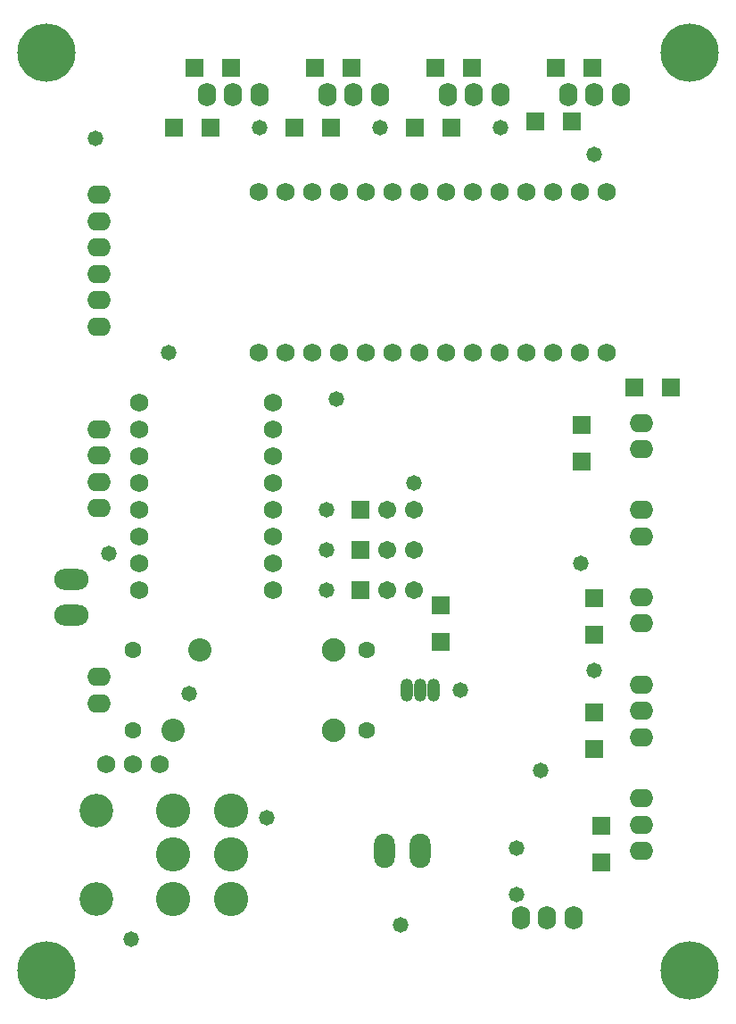
<source format=gbs>
G04 Layer_Color=16711935*
%FSLAX25Y25*%
%MOIN*%
G70*
G01*
G75*
%ADD39R,0.06706X0.06706*%
%ADD40R,0.06706X0.06706*%
%ADD41O,0.06800X0.08800*%
%ADD42O,0.08800X0.06800*%
%ADD43O,0.04737X0.08674*%
%ADD44O,0.04737X0.08674*%
%ADD45C,0.06800*%
%ADD46O,0.12800X0.07800*%
%ADD47C,0.12611*%
%ADD48C,0.12800*%
%ADD49C,0.06706*%
%ADD50C,0.08674*%
%ADD51C,0.08800*%
%ADD52C,0.06312*%
%ADD53C,0.21745*%
%ADD54O,0.07800X0.12800*%
%ADD55C,0.05800*%
D39*
X211614Y215551D02*
D03*
Y201772D02*
D03*
X216437Y150827D02*
D03*
Y137047D02*
D03*
X218937Y52047D02*
D03*
Y65827D02*
D03*
X158937Y134547D02*
D03*
Y148327D02*
D03*
X216437Y94547D02*
D03*
Y108327D02*
D03*
D40*
X231299Y229331D02*
D03*
X245079D02*
D03*
X194390Y328937D02*
D03*
X208169D02*
D03*
X215669Y348937D02*
D03*
X201890D02*
D03*
X149390Y326437D02*
D03*
X163169D02*
D03*
X170669Y348937D02*
D03*
X156890D02*
D03*
X104390Y326437D02*
D03*
X118169D02*
D03*
X125669Y348937D02*
D03*
X111890D02*
D03*
X59390Y326437D02*
D03*
X73169D02*
D03*
X80669Y348937D02*
D03*
X66890D02*
D03*
X128937Y153937D02*
D03*
Y168937D02*
D03*
Y183937D02*
D03*
D41*
X226279Y338937D02*
D03*
X216437D02*
D03*
X206594D02*
D03*
X181280D02*
D03*
X171437D02*
D03*
X161594D02*
D03*
X136279D02*
D03*
X126437D02*
D03*
X116595D02*
D03*
X91280D02*
D03*
X81437D02*
D03*
X71595D02*
D03*
X208622Y31437D02*
D03*
X198779D02*
D03*
X188937D02*
D03*
D42*
X233937Y206437D02*
D03*
Y216280D02*
D03*
Y173937D02*
D03*
Y183780D02*
D03*
Y141437D02*
D03*
Y151279D02*
D03*
X31437Y252224D02*
D03*
Y262067D02*
D03*
Y271909D02*
D03*
Y281752D02*
D03*
Y291595D02*
D03*
Y301437D02*
D03*
Y213937D02*
D03*
Y204095D02*
D03*
Y194252D02*
D03*
Y184409D02*
D03*
Y121437D02*
D03*
Y111594D02*
D03*
X233937Y76122D02*
D03*
Y66280D02*
D03*
Y56437D02*
D03*
Y118622D02*
D03*
Y108780D02*
D03*
Y98937D02*
D03*
D43*
X156437Y116437D02*
D03*
D44*
X151437D02*
D03*
X146437D02*
D03*
D45*
X46437Y153937D02*
D03*
Y163937D02*
D03*
Y173937D02*
D03*
Y183937D02*
D03*
Y193937D02*
D03*
Y203937D02*
D03*
Y213937D02*
D03*
Y223937D02*
D03*
X96437D02*
D03*
Y213937D02*
D03*
Y203937D02*
D03*
Y193937D02*
D03*
Y183937D02*
D03*
Y173937D02*
D03*
Y163937D02*
D03*
Y153937D02*
D03*
X43937Y88937D02*
D03*
X33937D02*
D03*
X53937D02*
D03*
X90921Y242500D02*
D03*
Y302500D02*
D03*
X100921D02*
D03*
X110921D02*
D03*
X120921D02*
D03*
X130921D02*
D03*
X140921D02*
D03*
X150921D02*
D03*
X160921D02*
D03*
X170921D02*
D03*
X180921D02*
D03*
X190921D02*
D03*
X200921D02*
D03*
X210921D02*
D03*
X220921D02*
D03*
Y242500D02*
D03*
X210921D02*
D03*
X200921D02*
D03*
X190921D02*
D03*
X180921D02*
D03*
X170921D02*
D03*
X160921D02*
D03*
X150921D02*
D03*
X140921D02*
D03*
X130921D02*
D03*
X120921D02*
D03*
X110921D02*
D03*
X100921D02*
D03*
D46*
X20937Y157823D02*
D03*
Y144437D02*
D03*
D47*
X30315Y38583D02*
D03*
Y71653D02*
D03*
D48*
X80709D02*
D03*
Y38583D02*
D03*
X59055D02*
D03*
Y55118D02*
D03*
Y71653D02*
D03*
X80709Y55118D02*
D03*
D49*
X138937Y153937D02*
D03*
X148937D02*
D03*
X138937Y168937D02*
D03*
X148937D02*
D03*
X138937Y183937D02*
D03*
X148937D02*
D03*
D50*
X58937Y101437D02*
D03*
X68937Y131437D02*
D03*
D51*
X118937D02*
D03*
Y101437D02*
D03*
D52*
X131437Y131437D02*
D03*
Y101437D02*
D03*
X43937Y131437D02*
D03*
Y101437D02*
D03*
D53*
X251969Y11811D02*
D03*
X11811D02*
D03*
X251969Y354331D02*
D03*
X11811D02*
D03*
D54*
X138051Y56437D02*
D03*
X151437D02*
D03*
D55*
X187500Y57500D02*
D03*
Y40000D02*
D03*
X120000Y225000D02*
D03*
X30000Y322500D02*
D03*
X93937Y68937D02*
D03*
X43307Y23622D02*
D03*
X216437Y123937D02*
D03*
X143937Y28937D02*
D03*
X91437Y326437D02*
D03*
X136437D02*
D03*
X181437D02*
D03*
X216437Y316437D02*
D03*
X148937Y193937D02*
D03*
X116437Y183937D02*
D03*
Y168937D02*
D03*
Y153937D02*
D03*
X166437Y116437D02*
D03*
X211437Y163937D02*
D03*
X196437Y86437D02*
D03*
X65000Y115000D02*
D03*
X35000Y167500D02*
D03*
X57500Y242500D02*
D03*
M02*

</source>
